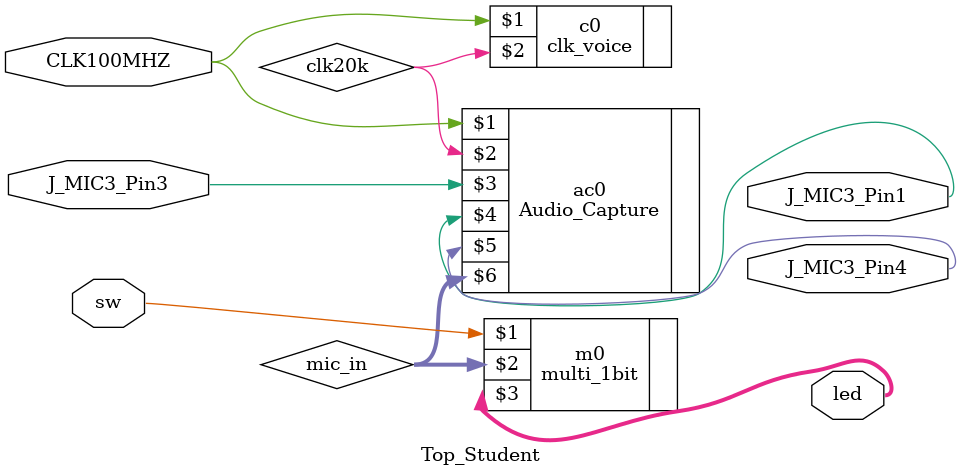
<source format=v>
`timescale 1ns / 1ps



module Top_Student (
    input  J_MIC3_Pin3,   // Connect from this signal to Audio_Capture.v
    output J_MIC3_Pin1,   // Connect to this signal from Audio_Capture.v
    output J_MIC3_Pin4,    // Connect to this signal from Audio_Capture.v
    input CLK100MHZ, sw,
    output [11:0] led
    );
    wire clk20k;
    wire [11:0] mic_in;
    clk_voice c0(CLK100MHZ, clk20k);
    Audio_Capture ac0(CLK100MHZ, clk20k, J_MIC3_Pin3, J_MIC3_Pin1, J_MIC3_Pin4, mic_in);
    
    multi_1bit m0 (sw, mic_in, led);

endmodule
</source>
